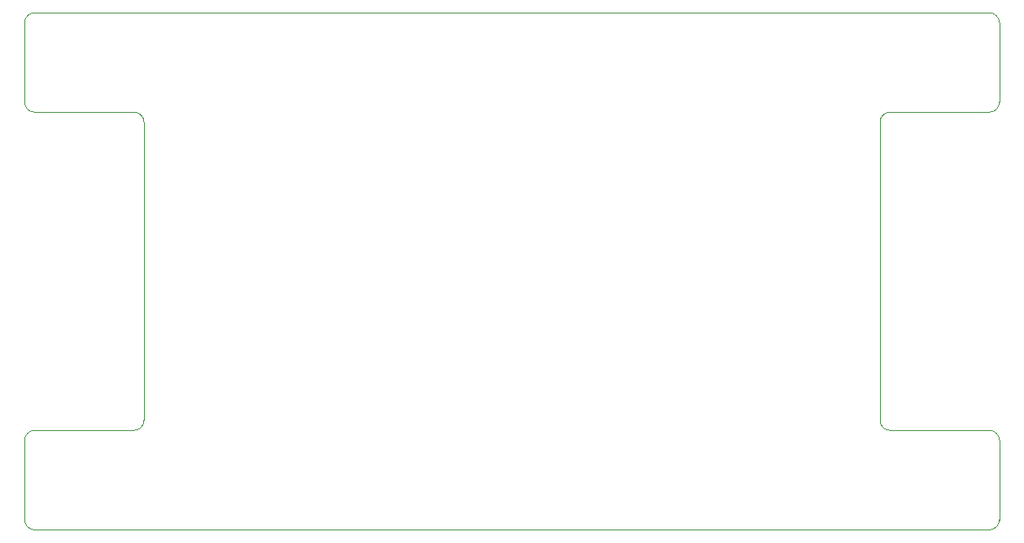
<source format=gbr>
%TF.GenerationSoftware,KiCad,Pcbnew,(5.1.9)-1*%
%TF.CreationDate,2021-05-23T18:49:26+01:00*%
%TF.ProjectId,ClockStrikeRotary,436c6f63-6b53-4747-9269-6b65526f7461,rev?*%
%TF.SameCoordinates,Original*%
%TF.FileFunction,Profile,NP*%
%FSLAX46Y46*%
G04 Gerber Fmt 4.6, Leading zero omitted, Abs format (unit mm)*
G04 Created by KiCad (PCBNEW (5.1.9)-1) date 2021-05-23 18:49:26*
%MOMM*%
%LPD*%
G01*
G04 APERTURE LIST*
%TA.AperFunction,Profile*%
%ADD10C,0.050000*%
%TD*%
G04 APERTURE END LIST*
D10*
X113000000Y-24000000D02*
G75*
G02*
X114000000Y-25000000I0J-1000000D01*
G01*
X114000000Y-33000000D02*
G75*
G02*
X113000000Y-34000000I-1000000J0D01*
G01*
X102000000Y-35000000D02*
G75*
G02*
X103000000Y-34000000I1000000J0D01*
G01*
X103000000Y-66000000D02*
G75*
G02*
X102000000Y-65000000I0J1000000D01*
G01*
X113000000Y-66000000D02*
G75*
G02*
X114000000Y-67000000I0J-1000000D01*
G01*
X114000000Y-75000000D02*
G75*
G02*
X113000000Y-76000000I-1000000J0D01*
G01*
X17000000Y-76000000D02*
G75*
G02*
X16000000Y-75000000I0J1000000D01*
G01*
X16000000Y-67000000D02*
G75*
G02*
X17000000Y-66000000I1000000J0D01*
G01*
X28000000Y-65000000D02*
G75*
G02*
X27000000Y-66000000I-1000000J0D01*
G01*
X27000000Y-34000000D02*
G75*
G02*
X28000000Y-35000000I0J-1000000D01*
G01*
X17000000Y-34000000D02*
G75*
G02*
X16000000Y-33000000I0J1000000D01*
G01*
X16000000Y-25000000D02*
G75*
G02*
X17000000Y-24000000I1000000J0D01*
G01*
X114000000Y-67000000D02*
X114000000Y-75000000D01*
X103000000Y-66000000D02*
X113000000Y-66000000D01*
X17000000Y-66000000D02*
X27000000Y-66000000D01*
X16000000Y-75000000D02*
X16000000Y-67000000D01*
X17000000Y-34000000D02*
X27000000Y-34000000D01*
X16000000Y-25000000D02*
X16000000Y-33000000D01*
X113000000Y-34000000D02*
X103000000Y-34000000D01*
X114000000Y-25000000D02*
X114000000Y-33000000D01*
X28000000Y-65000000D02*
X28000000Y-35000000D01*
X113000000Y-76000000D02*
X17000000Y-76000000D01*
X102000000Y-35000000D02*
X102000000Y-65000000D01*
X17000000Y-24000000D02*
X113000000Y-24000000D01*
M02*

</source>
